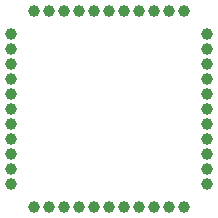
<source format=gbr>
%TF.GenerationSoftware,KiCad,Pcbnew,9.0.2*%
%TF.CreationDate,2025-06-01T13:38:19+02:00*%
%TF.ProjectId,FCB1010_controller,46434231-3031-4305-9f63-6f6e74726f6c,rev?*%
%TF.SameCoordinates,Original*%
%TF.FileFunction,Soldermask,Bot*%
%TF.FilePolarity,Negative*%
%FSLAX46Y46*%
G04 Gerber Fmt 4.6, Leading zero omitted, Abs format (unit mm)*
G04 Created by KiCad (PCBNEW 9.0.2) date 2025-06-01 13:38:19*
%MOMM*%
%LPD*%
G01*
G04 APERTURE LIST*
%ADD10C,1.000000*%
G04 APERTURE END LIST*
D10*
%TO.C,BRD1*%
X150000000Y-91700000D03*
X148730000Y-91700000D03*
X147460000Y-91700000D03*
X146190000Y-91700000D03*
X144920000Y-91700000D03*
X143650000Y-91700000D03*
X141700000Y-93650000D03*
X141700000Y-94920000D03*
X141700000Y-96190000D03*
X141700000Y-97460000D03*
X141700000Y-98730000D03*
X141700000Y-100000000D03*
X141700000Y-101270000D03*
X141700000Y-102540000D03*
X141700000Y-103810000D03*
X141700000Y-105080000D03*
X141700000Y-106350000D03*
X143650000Y-108300000D03*
X144920000Y-108300000D03*
X146190000Y-108300000D03*
X147460000Y-108300000D03*
X148730000Y-108300000D03*
X150000000Y-108300000D03*
X151270000Y-108300000D03*
X152540000Y-108300000D03*
X153810000Y-108300000D03*
X155080000Y-108300000D03*
X156350000Y-108300000D03*
X158300000Y-106350000D03*
X158300000Y-105080000D03*
X158300000Y-103810000D03*
X158300000Y-102540000D03*
X158300000Y-101270000D03*
X158300000Y-100000000D03*
X158300000Y-98730000D03*
X158300000Y-97460000D03*
X158300000Y-96190000D03*
X158300000Y-94920000D03*
X158300000Y-93650000D03*
X156350000Y-91700000D03*
X155080000Y-91700000D03*
X153810000Y-91700000D03*
X152540000Y-91700000D03*
X151270000Y-91700000D03*
%TD*%
M02*

</source>
